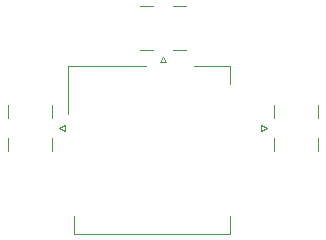
<source format=gbr>
%TF.GenerationSoftware,KiCad,Pcbnew,7.0.1*%
%TF.CreationDate,2023-06-22T18:49:49-04:00*%
%TF.ProjectId,injection-t,696e6a65-6374-4696-9f6e-2d742e6b6963,1*%
%TF.SameCoordinates,Original*%
%TF.FileFunction,Legend,Top*%
%TF.FilePolarity,Positive*%
%FSLAX46Y46*%
G04 Gerber Fmt 4.6, Leading zero omitted, Abs format (unit mm)*
G04 Created by KiCad (PCBNEW 7.0.1) date 2023-06-22 18:49:49*
%MOMM*%
%LPD*%
G01*
G04 APERTURE LIST*
%ADD10C,0.120000*%
G04 APERTURE END LIST*
D10*
%TO.C,U1*%
X133737000Y-101189000D02*
X140341000Y-101189000D01*
X133737000Y-105253000D02*
X133737000Y-101189000D01*
X134245000Y-113889000D02*
X134245000Y-115413000D01*
X134245000Y-115413000D02*
X147453000Y-115413000D01*
X144405000Y-101189000D02*
X147453000Y-101189000D01*
X147453000Y-101189000D02*
X147453000Y-102713000D01*
X147453000Y-115413000D02*
X147453000Y-113889000D01*
%TO.C,J1*%
X151127500Y-108450000D02*
X151127500Y-107340000D01*
X154837500Y-108450000D02*
X154837500Y-107340000D01*
X150077500Y-106750000D02*
X150577500Y-106500000D01*
X150577500Y-106500000D02*
X150077500Y-106250000D01*
X150077500Y-106250000D02*
X150077500Y-106750000D01*
X151127500Y-105660000D02*
X151127500Y-104550000D01*
X154837500Y-105660000D02*
X154837500Y-104550000D01*
%TO.C,J3*%
X132372500Y-104550000D02*
X132372500Y-105660000D01*
X128662500Y-104550000D02*
X128662500Y-105660000D01*
X133422500Y-106250000D02*
X132922500Y-106500000D01*
X132922500Y-106500000D02*
X133422500Y-106750000D01*
X133422500Y-106750000D02*
X133422500Y-106250000D01*
X132372500Y-107340000D02*
X132372500Y-108450000D01*
X128662500Y-107340000D02*
X128662500Y-108450000D01*
%TO.C,J2*%
X143700000Y-99872500D02*
X142590000Y-99872500D01*
X143700000Y-96162500D02*
X142590000Y-96162500D01*
X142000000Y-100922500D02*
X141750000Y-100422500D01*
X141750000Y-100422500D02*
X141500000Y-100922500D01*
X141500000Y-100922500D02*
X142000000Y-100922500D01*
X140910000Y-99872500D02*
X139800000Y-99872500D01*
X140910000Y-96162500D02*
X139800000Y-96162500D01*
%TD*%
M02*

</source>
